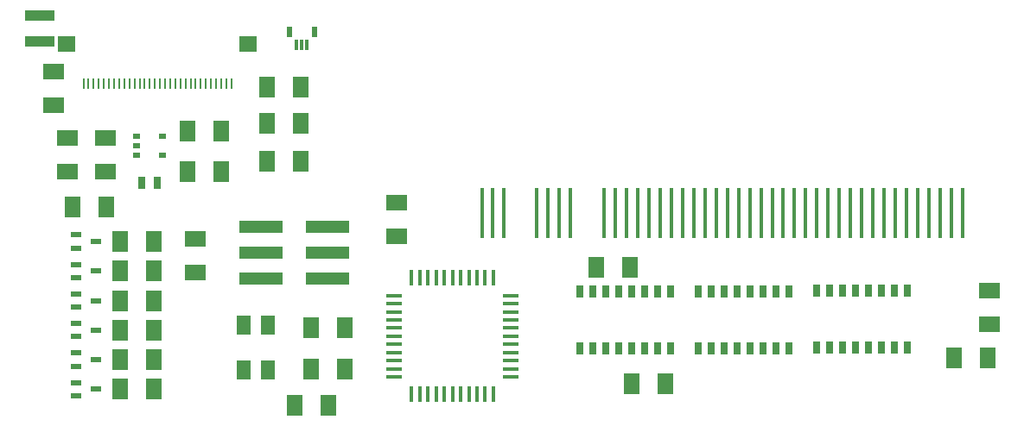
<source format=gtp>
G04 (created by PCBNEW (2013-may-18)-stable) date Mon Aug 15 13:55:16 2016*
%MOIN*%
G04 Gerber Fmt 3.4, Leading zero omitted, Abs format*
%FSLAX34Y34*%
G01*
G70*
G90*
G04 APERTURE LIST*
%ADD10C,0.00590551*%
%ADD11R,0.06X0.016*%
%ADD12R,0.016X0.06*%
%ADD13R,0.025X0.05*%
%ADD14R,0.06X0.08*%
%ADD15R,0.08X0.06*%
%ADD16R,0.025X0.045*%
%ADD17R,0.166929X0.05*%
%ADD18R,0.0551181X0.0748031*%
%ADD19R,0.015748X0.19685*%
%ADD20R,0.0394X0.0236*%
%ADD21R,0.00903543X0.0424331*%
%ADD22R,0.00982283X0.0432205*%
%ADD23R,0.00984252X0.0433071*%
%ADD24R,0.0669291X0.0590551*%
%ADD25R,0.03X0.02*%
%ADD26R,0.011811X0.0433071*%
%ADD27R,0.0204724X0.0393701*%
%ADD28R,0.11811X0.0393701*%
G04 APERTURE END LIST*
G54D10*
G54D11*
X72269Y-60059D03*
X72269Y-59744D03*
X72269Y-59429D03*
X72269Y-59114D03*
X72269Y-58799D03*
X72269Y-58484D03*
X72269Y-60374D03*
X72269Y-60689D03*
X72269Y-61004D03*
X72269Y-61319D03*
X72269Y-61634D03*
X67769Y-60059D03*
X67769Y-59744D03*
X67769Y-59429D03*
X67769Y-59114D03*
X67769Y-58799D03*
X67769Y-58484D03*
X67769Y-60374D03*
X67769Y-60689D03*
X67769Y-61004D03*
X67769Y-61319D03*
X67769Y-61634D03*
G54D12*
X70019Y-57809D03*
X70019Y-62309D03*
X69704Y-57809D03*
X69704Y-62309D03*
X69389Y-62309D03*
X69389Y-57809D03*
X69074Y-57809D03*
X69074Y-62309D03*
X68759Y-62309D03*
X68759Y-57809D03*
X68444Y-57809D03*
X68444Y-62309D03*
X70334Y-62309D03*
X70334Y-57809D03*
X70649Y-57809D03*
X70649Y-62309D03*
X70964Y-62309D03*
X70964Y-57809D03*
X71279Y-57809D03*
X71279Y-62309D03*
X71594Y-62309D03*
X71594Y-57809D03*
G54D13*
X87557Y-58289D03*
X87057Y-58289D03*
X86557Y-58289D03*
X86057Y-58289D03*
X85557Y-58289D03*
X85057Y-58289D03*
X84557Y-58289D03*
X84057Y-58289D03*
X84057Y-60489D03*
X84557Y-60489D03*
X85057Y-60489D03*
X85557Y-60489D03*
X86057Y-60489D03*
X86557Y-60489D03*
X87057Y-60489D03*
X87557Y-60489D03*
X78423Y-58329D03*
X77923Y-58329D03*
X77423Y-58329D03*
X76923Y-58329D03*
X76423Y-58329D03*
X75923Y-58329D03*
X75423Y-58329D03*
X74923Y-58329D03*
X74923Y-60529D03*
X75423Y-60529D03*
X75923Y-60529D03*
X76423Y-60529D03*
X76923Y-60529D03*
X77423Y-60529D03*
X77923Y-60529D03*
X78423Y-60529D03*
G54D14*
X76850Y-57381D03*
X75550Y-57381D03*
G54D15*
X54625Y-51142D03*
X54625Y-49842D03*
G54D14*
X58504Y-56397D03*
X57204Y-56397D03*
X58504Y-57539D03*
X57204Y-57539D03*
X58504Y-58681D03*
X57204Y-58681D03*
X58504Y-59822D03*
X57204Y-59822D03*
X58504Y-60964D03*
X57204Y-60964D03*
X56653Y-55059D03*
X55353Y-55059D03*
X64173Y-53287D03*
X62873Y-53287D03*
X64173Y-51830D03*
X62873Y-51830D03*
G54D15*
X55177Y-53701D03*
X55177Y-52401D03*
X56633Y-53701D03*
X56633Y-52401D03*
G54D14*
X59802Y-52145D03*
X61102Y-52145D03*
X59802Y-53681D03*
X61102Y-53681D03*
X62873Y-50413D03*
X64173Y-50413D03*
X76928Y-61909D03*
X78228Y-61909D03*
X58504Y-62106D03*
X57204Y-62106D03*
G54D15*
X67854Y-56181D03*
X67854Y-54881D03*
G54D14*
X90669Y-60885D03*
X89369Y-60885D03*
G54D15*
X60098Y-57598D03*
X60098Y-56298D03*
G54D14*
X64566Y-61318D03*
X65866Y-61318D03*
X64566Y-59744D03*
X65866Y-59744D03*
G54D15*
X90728Y-59606D03*
X90728Y-58306D03*
G54D16*
X58026Y-54114D03*
X58626Y-54114D03*
G54D17*
X65197Y-57830D03*
X62637Y-57830D03*
X65197Y-56830D03*
X62637Y-56830D03*
X65197Y-55830D03*
X62637Y-55830D03*
G54D18*
X61948Y-59625D03*
X61948Y-61358D03*
X62893Y-61358D03*
X62893Y-59625D03*
G54D19*
X89708Y-55294D03*
X89275Y-55294D03*
X88842Y-55294D03*
X88409Y-55294D03*
X87976Y-55294D03*
X87543Y-55294D03*
X87110Y-55294D03*
X86677Y-55294D03*
X86244Y-55294D03*
X85811Y-55294D03*
X85378Y-55294D03*
X84945Y-55294D03*
X84512Y-55294D03*
X84079Y-55294D03*
X83645Y-55294D03*
X83212Y-55294D03*
X82779Y-55294D03*
X82346Y-55294D03*
X81913Y-55294D03*
X81480Y-55294D03*
X81047Y-55294D03*
X80614Y-55294D03*
X80181Y-55294D03*
X79748Y-55294D03*
X79315Y-55294D03*
X78882Y-55294D03*
X78449Y-55294D03*
X78016Y-55294D03*
X77582Y-55294D03*
X77149Y-55294D03*
X76716Y-55294D03*
X76283Y-55294D03*
X75850Y-55294D03*
X74551Y-55294D03*
X74118Y-55294D03*
X73685Y-55294D03*
X73252Y-55294D03*
X71992Y-55294D03*
X71579Y-55294D03*
X71165Y-55294D03*
G54D20*
X55511Y-62362D03*
X55511Y-61850D03*
X56259Y-62106D03*
X55511Y-56653D03*
X55511Y-56141D03*
X56259Y-56397D03*
X55511Y-57795D03*
X55511Y-57283D03*
X56259Y-57539D03*
X55511Y-58937D03*
X55511Y-58425D03*
X56259Y-58681D03*
X55511Y-60078D03*
X55511Y-59566D03*
X56259Y-59822D03*
X55511Y-61220D03*
X55511Y-60708D03*
X56259Y-60964D03*
G54D21*
X55781Y-50295D03*
X55978Y-50295D03*
X56175Y-50295D03*
G54D22*
X56372Y-50295D03*
G54D23*
X56569Y-50295D03*
X56765Y-50295D03*
X56962Y-50295D03*
X57159Y-50295D03*
X57356Y-50295D03*
X57553Y-50295D03*
X57750Y-50295D03*
X57947Y-50295D03*
X58143Y-50295D03*
X58340Y-50295D03*
X58537Y-50295D03*
X58734Y-50295D03*
X58931Y-50295D03*
X59128Y-50295D03*
X59325Y-50295D03*
X59521Y-50295D03*
X59718Y-50295D03*
X59915Y-50295D03*
X60112Y-50295D03*
X60309Y-50295D03*
X60506Y-50295D03*
X60702Y-50295D03*
X60899Y-50295D03*
X61096Y-50295D03*
X61293Y-50295D03*
X61490Y-50295D03*
G54D24*
X55141Y-48755D03*
X62141Y-48755D03*
G54D25*
X57826Y-52321D03*
X57826Y-53071D03*
X58826Y-52321D03*
X57826Y-52696D03*
X58826Y-53071D03*
G54D13*
X82990Y-58329D03*
X82490Y-58329D03*
X81990Y-58329D03*
X81490Y-58329D03*
X80990Y-58329D03*
X80490Y-58329D03*
X79990Y-58329D03*
X79490Y-58329D03*
X79490Y-60529D03*
X79990Y-60529D03*
X80490Y-60529D03*
X80990Y-60529D03*
X81490Y-60529D03*
X81990Y-60529D03*
X82490Y-60529D03*
X82990Y-60529D03*
G54D14*
X63936Y-62736D03*
X65236Y-62736D03*
G54D26*
X64412Y-48809D03*
X64212Y-48809D03*
X64012Y-48809D03*
G54D27*
X64692Y-48309D03*
X63732Y-48309D03*
G54D28*
X54094Y-48649D03*
X54094Y-47649D03*
M02*

</source>
